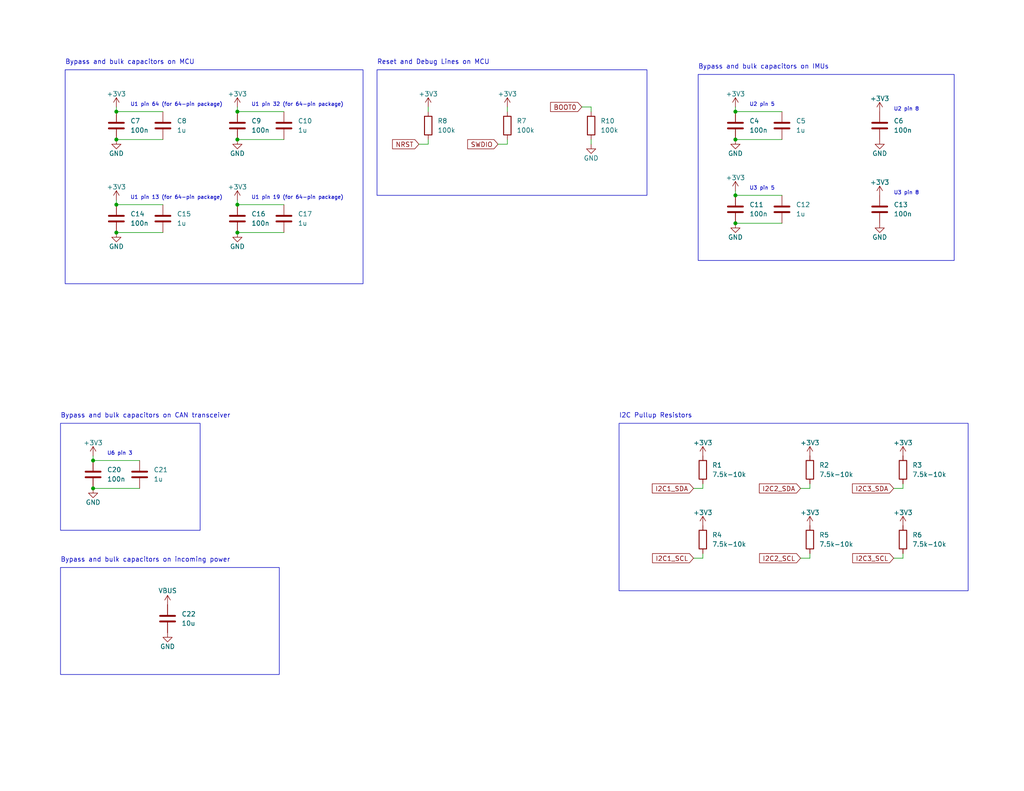
<source format=kicad_sch>
(kicad_sch (version 20230121) (generator eeschema)
  (paper "USLetter")
  (title_block (title "Magnetorquer Control Board") (date "2025-02-12") (rev "${PCB_VERSION}") (company "TVSC"))
  (lib_symbols
    (symbol "Device:C" (pin_numbers hide) (pin_names (offset 0.254))
      (property "Reference" "C" (at 0.635 2.54 0))
      (property "Value" "C" (at 0.635 -2.54 0))
      (symbol "C_0_1"
        (polyline (pts (xy -2.032 -0.762) (xy 2.032 -0.762)) (stroke (width 0.508)))
        (polyline (pts (xy -2.032 0.762) (xy 2.032 0.762)) (stroke (width 0.508)))
      )
      (symbol "C_1_1"
        (pin passive line (at 0 3.81 270) (length 2.794) (name "~") (number "1"))
        (pin passive line (at 0 -3.81 90) (length 2.794) (name "~") (number "2"))
      )
    )
    (symbol "Device:R" (pin_numbers hide) (pin_names (offset 0))
      (property "Reference" "R" (at 2.032 0 90))
      (property "Value" "R" (at 0 0 90))
      (symbol "R_0_1"
        (rectangle (start -1.016 -2.54) (end 1.016 2.54) (stroke (width 0.254)))
      )
      (symbol "R_1_1"
        (pin passive line (at 0 3.81 270) (length 1.27) (name "~") (number "1"))
        (pin passive line (at 0 -3.81 90) (length 1.27) (name "~") (number "2"))
      )
    )
    (symbol "power:+3V3" (power) (pin_names (offset 0))
      (property "Value" "+3V3" (at 0 3.556 0))
      (symbol "+3V3_0_1"
        (polyline (pts (xy -0.762 1.27) (xy 0 2.54)))
        (polyline (pts (xy 0 0) (xy 0 2.54)))
        (polyline (pts (xy 0 2.54) (xy 0.762 1.27)))
      )
      (symbol "+3V3_1_1"
        (pin power_in line (at 0 0 90) (length 0) hide (name "+3V3") (number "1"))
      )
    )
    (symbol "power:GND" (power) (pin_names (offset 0))
      (property "Value" "GND" (at 0 -3.81 0))
      (symbol "GND_0_1"
        (polyline (pts (xy 0 0) (xy 0 -1.27) (xy 1.27 -1.27) (xy 0 -2.54) (xy -1.27 -1.27) (xy 0 -1.27)))
      )
      (symbol "GND_1_1"
        (pin power_in line (at 0 0 270) (length 0) hide (name "GND") (number "1"))
      )
    )
    (symbol "power:VBUS" (power) (pin_names (offset 0))
      (property "Value" "VBUS" (at 0 3.81 0))
      (symbol "VBUS_0_1"
        (polyline (pts (xy -0.762 1.27) (xy 0 2.54)))
        (polyline (pts (xy 0 0) (xy 0 2.54)))
        (polyline (pts (xy 0 2.54) (xy 0.762 1.27)))
      )
      (symbol "VBUS_1_1"
        (pin power_in line (at 0 0 90) (length 0) hide (name "VBUS") (number "1"))
      )
    )
  )
  (junction (at 200.66 30.48))
  (junction (at 64.77 30.48))
  (junction (at 25.4 125.73))
  (junction (at 31.75 30.48))
  (junction (at 31.75 38.1))
  (junction (at 31.75 55.88))
  (junction (at 25.4 133.35))
  (junction (at 64.77 38.1))
  (junction (at 64.77 63.5))
  (junction (at 200.66 60.96))
  (junction (at 64.77 55.88))
  (junction (at 200.66 53.34))
  (junction (at 200.66 38.1))
  (junction (at 31.75 63.5))
  (wire (pts (xy 116.84 39.37) (xy 116.84 38.1)))
  (wire (pts (xy 200.66 38.1) (xy 213.36 38.1)))
  (wire (pts (xy 64.77 63.5) (xy 77.47 63.5)))
  (wire (pts (xy 220.98 152.4) (xy 218.44 152.4)))
  (wire (pts (xy 189.23 133.35) (xy 191.77 133.35)))
  (wire (pts (xy 77.47 30.48) (xy 64.77 30.48)))
  (wire (pts (xy 191.77 152.4) (xy 189.23 152.4)))
  (wire (pts (xy 135.89 39.37) (xy 138.43 39.37)))
  (wire (pts (xy 161.29 29.21) (xy 161.29 30.48)))
  (wire (pts (xy 200.66 60.96) (xy 213.36 60.96)))
  (wire (pts (xy 191.77 133.35) (xy 191.77 132.08)))
  (wire (pts (xy 31.75 54.61) (xy 31.75 55.88)))
  (wire (pts (xy 200.66 29.21) (xy 200.66 30.48)))
  (wire (pts (xy 114.3 39.37) (xy 116.84 39.37)))
  (wire (pts (xy 25.4 124.46) (xy 25.4 125.73)))
  (wire (pts (xy 116.84 29.21) (xy 116.84 30.48)))
  (wire (pts (xy 38.1 125.73) (xy 25.4 125.73)))
  (wire (pts (xy 200.66 52.07) (xy 200.66 53.34)))
  (wire (pts (xy 77.47 55.88) (xy 64.77 55.88)))
  (wire (pts (xy 191.77 151.13) (xy 191.77 152.4)))
  (wire (pts (xy 158.75 29.21) (xy 161.29 29.21)))
  (wire (pts (xy 31.75 63.5) (xy 44.45 63.5)))
  (wire (pts (xy 213.36 53.34) (xy 200.66 53.34)))
  (wire (pts (xy 31.75 29.21) (xy 31.75 30.48)))
  (wire (pts (xy 25.4 133.35) (xy 38.1 133.35)))
  (wire (pts (xy 44.45 55.88) (xy 31.75 55.88)))
  (wire (pts (xy 64.77 29.21) (xy 64.77 30.48)))
  (wire (pts (xy 138.43 29.21) (xy 138.43 30.48)))
  (wire (pts (xy 31.75 38.1) (xy 44.45 38.1)))
  (wire (pts (xy 246.38 133.35) (xy 246.38 132.08)))
  (wire (pts (xy 220.98 133.35) (xy 220.98 132.08)))
  (wire (pts (xy 64.77 38.1) (xy 77.47 38.1)))
  (wire (pts (xy 220.98 151.13) (xy 220.98 152.4)))
  (wire (pts (xy 213.36 30.48) (xy 200.66 30.48)))
  (wire (pts (xy 246.38 151.13) (xy 246.38 152.4)))
  (wire (pts (xy 218.44 133.35) (xy 220.98 133.35)))
  (wire (pts (xy 138.43 39.37) (xy 138.43 38.1)))
  (wire (pts (xy 243.84 133.35) (xy 246.38 133.35)))
  (wire (pts (xy 161.29 39.37) (xy 161.29 38.1)))
  (wire (pts (xy 246.38 152.4) (xy 243.84 152.4)))
  (wire (pts (xy 64.77 54.61) (xy 64.77 55.88)))
  (wire (pts (xy 44.45 30.48) (xy 31.75 30.48)))
  (rectangle (start 17.78 19.05) (end 99.06 77.47))
  (rectangle (start 168.91 115.57) (end 264.16 161.29))
  (rectangle (start 190.5 20.32) (end 260.35 71.12))
  (rectangle (start 16.51 154.94) (end 76.2 184.15))
  (rectangle (start 102.87 19.05) (end 176.53 53.34))
  (rectangle (start 16.51 115.57) (end 54.61 144.78))
  (text "U3 pin 5" (at 204.47 52.07 0) (effects (font (size 1 1)) (justify left bottom)))
  (text "Bypass and bulk capacitors on incoming power" (at 16.51 153.67 0) (effects (font (size 1.27 1.27)) (justify left bottom)))
  (text "U1 pin 32 (for 64-pin package)" (at 68.58 29.21 0) (effects (font (size 1 1)) (justify left bottom)))
  (text "U2 pin 5" (at 204.47 29.21 0) (effects (font (size 1 1)) (justify left bottom)))
  (text "U1 pin 19 (for 64-pin package)" (at 68.58 54.61 0) (effects (font (size 1 1)) (justify left bottom)))
  (text "U6 pin 3" (at 29.21 124.46 0) (effects (font (size 1 1)) (justify left bottom)))
  (text "U1 pin 13 (for 64-pin package)" (at 35.56 54.61 0) (effects (font (size 1 1)) (justify left bottom)))
  (text "I2C Pullup Resistors" (at 168.91 114.3 0) (effects (font (size 1.27 1.27)) (justify left bottom)))
  (text "Reset and Debug Lines on MCU" (at 102.87 17.78 0) (effects (font (size 1.27 1.27)) (justify left bottom)))
  (text "Bypass and bulk capacitors on CAN transceiver" (at 16.51 114.3 0) (effects (font (size 1.27 1.27)) (justify left bottom)))
  (text "Bypass and bulk capacitors on MCU" (at 17.78 17.78 0) (effects (font (size 1.27 1.27)) (justify left bottom)))
  (text "U1 pin 64 (for 64-pin package)" (at 35.56 29.21 0) (effects (font (size 1 1)) (justify left bottom)))
  (text "Bypass and bulk capacitors on IMUs" (at 190.5 19.05 0) (effects (font (size 1.27 1.27)) (justify left bottom)))
  (text "U2 pin 8" (at 243.84 30.48 0) (effects (font (size 1 1)) (justify left bottom)))
  (text "U3 pin 8" (at 243.84 53.34 0) (effects (font (size 1 1)) (justify left bottom)))
  (global_label "I2C1_SCL" (shape input) (at 189.23 152.4 180) (property "Intersheetrefs" "${INTERSHEET_REFS}" (effects hide)))
  (global_label "I2C2_SDA" (shape input) (at 218.44 133.35 180) (property "Intersheetrefs" "${INTERSHEET_REFS}" (effects hide)))
  (global_label "I2C2_SCL" (shape input) (at 218.44 152.4 180) (property "Intersheetrefs" "${INTERSHEET_REFS}" (effects hide)))
  (global_label "I2C1_SDA" (shape input) (at 189.23 133.35 180) (property "Intersheetrefs" "${INTERSHEET_REFS}" (effects hide)))
  (global_label "NRST" (shape input) (at 114.3 39.37 180) (property "Intersheetrefs" "${INTERSHEET_REFS}" (effects hide)))
  (global_label "BOOT0" (shape input) (at 158.75 29.21 180) (property "Intersheetrefs" "${INTERSHEET_REFS}" (effects hide)))
  (global_label "I2C3_SCL" (shape input) (at 243.84 152.4 180) (property "Intersheetrefs" "${INTERSHEET_REFS}" (effects hide)))
  (global_label "I2C3_SDA" (shape input) (at 243.84 133.35 180) (property "Intersheetrefs" "${INTERSHEET_REFS}" (effects hide)))
  (global_label "SWDIO" (shape input) (at 135.89 39.37 180) (property "Intersheetrefs" "${INTERSHEET_REFS}" (effects hide)))
  (symbol (lib_id "Device:C") (at 44.45 59.69 0) (unit 1)
    (property "Reference" "C15" (at 48.26 58.42 0) (effects (justify left)))
    (property "Value" "1u" (at 48.26 60.96 0) (effects (justify left)))
    (property "Footprint" "footprints:Nondescript_C_0603_1608Metric" (effects hide))
    (property "Active" "Y" (effects hide))
    (property "MPN" "C77046" (effects hide))
    (property "Manufacturer" "Murata Electronics" (effects hide))
    (property "Manufacturer Part Number" "GRM188R61E105KA12D" (effects hide))
    (property "Basic or Extended Component" "Extended" (effects hide))
  )
  (symbol (lib_id "power:+3V3") (at 25.4 124.46 0) (unit 1)
    (property "Reference" "#PWR056" (effects hide))
    (property "Value" "+3V3" (at 25.4 120.904 0))
  )
  (symbol (lib_id "power:+3V3") (at 31.75 54.61 0) (unit 1)
    (property "Reference" "#PWR024" (effects hide))
    (property "Value" "+3V3" (at 31.75 51.054 0))
  )
  (symbol (lib_id "Device:C") (at 64.77 59.69 0) (unit 1)
    (property "Reference" "C16" (at 68.58 58.42 0) (effects (justify left)))
    (property "Value" "100n" (at 68.58 60.96 0) (effects (justify left)))
    (property "Footprint" "footprints:Nondescript_C_0402_1005Metric" (effects hide))
    (property "Active" "Y" (effects hide))
    (property "MPN" "C77014" (effects hide))
    (property "Manufacturer" "Murata Electronics" (effects hide))
    (property "Manufacturer Part Number" "GRM155R71E104KE14D" (effects hide))
    (property "Basic or Extended Component" "Extended" (effects hide))
  )
  (symbol (lib_id "Device:C") (at 213.36 34.29 0) (unit 1)
    (property "Reference" "C5" (at 217.17 33.02 0) (effects (justify left)))
    (property "Value" "1u" (at 217.17 35.56 0) (effects (justify left)))
    (property "Footprint" "footprints:Nondescript_C_0603_1608Metric" (effects hide))
    (property "Active" "Y" (effects hide))
    (property "MPN" "C77046" (effects hide))
    (property "Manufacturer" "Murata Electronics" (effects hide))
    (property "Manufacturer Part Number" "GRM188R61E105KA12D" (effects hide))
    (property "Basic or Extended Component" "Extended" (effects hide))
  )
  (symbol (lib_id "power:+3V3") (at 240.03 53.34 0) (unit 1)
    (property "Reference" "#PWR047" (effects hide))
    (property "Value" "+3V3" (at 240.03 49.784 0))
  )
  (symbol (lib_id "power:+3V3") (at 220.98 124.46 0) (unit 1)
    (property "Reference" "#PWR058" (effects hide))
    (property "Value" "+3V3" (at 220.98 120.904 0))
  )
  (symbol (lib_id "power:GND") (at 25.4 133.35 0) (unit 1)
    (property "Reference" "#PWR060" (effects hide))
    (property "Value" "GND" (at 25.4 137.16 0))
  )
  (symbol (lib_id "power:GND") (at 200.66 60.96 0) (unit 1)
    (property "Reference" "#PWR051" (effects hide))
    (property "Value" "GND" (at 200.66 64.77 0))
  )
  (symbol (lib_id "power:GND") (at 200.66 38.1 0) (unit 1)
    (property "Reference" "#PWR042" (effects hide))
    (property "Value" "GND" (at 200.66 41.91 0))
  )
  (symbol (lib_id "power:+3V3") (at 200.66 52.07 0) (unit 1)
    (property "Reference" "#PWR046" (effects hide))
    (property "Value" "+3V3" (at 200.66 48.514 0))
  )
  (symbol (lib_id "Device:R") (at 116.84 34.29 0) (unit 1)
    (property "Reference" "R8" (at 119.38 33.02 0) (effects (justify left)))
    (property "Value" "100k" (at 119.38 35.56 0) (effects (justify left)))
    (property "Footprint" "footprints:Nondescript_R_0402_1005Metric" (effects hide))
    (property "Specs" "https://developer.arm.com/documentation/101636/0100/Debug-and-Trace/JTAG-SWD-Interface" (effects hide))
  )
  (symbol (lib_id "power:+3V3") (at 138.43 29.21 0) (unit 1)
    (property "Reference" "#PWR023" (effects hide))
    (property "Value" "+3V3" (at 138.43 25.654 0))
  )
  (symbol (lib_id "power:+3V3") (at 116.84 29.21 0) (unit 1)
    (property "Reference" "#PWR022" (effects hide))
    (property "Value" "+3V3" (at 116.84 25.654 0))
  )
  (symbol (lib_id "Device:C") (at 200.66 34.29 0) (unit 1)
    (property "Reference" "C4" (at 204.47 33.02 0) (effects (justify left)))
    (property "Value" "100n" (at 204.47 35.56 0) (effects (justify left)))
    (property "Footprint" "footprints:Nondescript_C_0402_1005Metric" (effects hide))
    (property "Active" "Y" (effects hide))
    (property "MPN" "C77014" (effects hide))
    (property "Manufacturer" "Murata Electronics" (effects hide))
    (property "Manufacturer Part Number" "GRM155R71E104KE14D" (effects hide))
    (property "Basic or Extended Component" "Extended" (effects hide))
  )
  (symbol (lib_id "Device:R") (at 138.43 34.29 0) (unit 1)
    (property "Reference" "R7" (at 140.97 33.02 0) (effects (justify left)))
    (property "Value" "100k" (at 140.97 35.56 0) (effects (justify left)))
    (property "Footprint" "footprints:Nondescript_R_0402_1005Metric" (effects hide))
    (property "Specs" "https://developer.arm.com/documentation/101636/0100/Debug-and-Trace/JTAG-SWD-Interface" (effects hide))
  )
  (symbol (lib_id "Device:C") (at 240.03 57.15 0) (unit 1)
    (property "Reference" "C13" (at 243.84 55.88 0) (effects (justify left)))
    (property "Value" "100n" (at 243.84 58.42 0) (effects (justify left)))
    (property "Footprint" "footprints:Nondescript_C_0402_1005Metric" (effects hide))
    (property "Active" "Y" (effects hide))
    (property "MPN" "C77014" (effects hide))
    (property "Manufacturer" "Murata Electronics" (effects hide))
    (property "Manufacturer Part Number" "GRM155R71E104KE14D" (effects hide))
    (property "Basic or Extended Component" "Extended" (effects hide))
  )
  (symbol (lib_id "power:GND") (at 31.75 63.5 0) (unit 1)
    (property "Reference" "#PWR053" (effects hide))
    (property "Value" "GND" (at 31.75 67.31 0))
  )
  (symbol (lib_id "Device:C") (at 240.03 34.29 0) (unit 1)
    (property "Reference" "C6" (at 243.84 33.02 0) (effects (justify left)))
    (property "Value" "100n" (at 243.84 35.56 0) (effects (justify left)))
    (property "Footprint" "footprints:Nondescript_C_0402_1005Metric" (effects hide))
    (property "Active" "Y" (effects hide))
    (property "MPN" "C77014" (effects hide))
    (property "Manufacturer" "Murata Electronics" (effects hide))
    (property "Manufacturer Part Number" "GRM155R71E104KE14D" (effects hide))
    (property "Basic or Extended Component" "Extended" (effects hide))
  )
  (symbol (lib_id "Device:R") (at 246.38 147.32 0) (unit 1)
    (property "Reference" "R6" (at 248.92 146.05 0) (effects (justify left)))
    (property "Value" "7.5k-10k" (at 248.92 148.59 0) (effects (justify left)))
    (property "Footprint" "footprints:Nondescript_R_0402_1005Metric" (effects hide))
  )
  (symbol (lib_id "power:GND") (at 45.72 172.72 0) (unit 1)
    (property "Reference" "#PWR077" (effects hide))
    (property "Value" "GND" (at 45.72 176.53 0))
  )
  (symbol (lib_id "power:GND") (at 31.75 38.1 0) (unit 1)
    (property "Reference" "#PWR044" (effects hide))
    (property "Value" "GND" (at 31.75 41.91 0))
  )
  (symbol (lib_id "power:+3V3") (at 64.77 29.21 0) (unit 1)
    (property "Reference" "#PWR021" (effects hide))
    (property "Value" "+3V3" (at 64.77 25.654 0))
  )
  (symbol (lib_id "power:+3V3") (at 200.66 29.21 0) (unit 1)
    (property "Reference" "#PWR038" (effects hide))
    (property "Value" "+3V3" (at 200.66 25.654 0))
  )
  (symbol (lib_id "Device:R") (at 191.77 128.27 0) (unit 1)
    (property "Reference" "R1" (at 194.31 127 0) (effects (justify left)))
    (property "Value" "7.5k-10k" (at 194.31 129.54 0) (effects (justify left)))
    (property "Footprint" "footprints:Nondescript_R_0402_1005Metric" (effects hide))
  )
  (symbol (lib_id "Device:R") (at 191.77 147.32 0) (unit 1)
    (property "Reference" "R4" (at 194.31 146.05 0) (effects (justify left)))
    (property "Value" "7.5k-10k" (at 194.31 148.59 0) (effects (justify left)))
    (property "Footprint" "footprints:Nondescript_R_0402_1005Metric" (effects hide))
  )
  (symbol (lib_id "power:VBUS") (at 45.72 165.1 0) (mirror y) (unit 1)
    (property "Reference" "#PWR078" (effects hide))
    (property "Value" "VBUS" (at 43.18 161.29 0) (effects (justify right)))
  )
  (symbol (lib_id "Device:C") (at 38.1 129.54 0) (unit 1)
    (property "Reference" "C21" (at 41.91 128.27 0) (effects (justify left)))
    (property "Value" "1u" (at 41.91 130.81 0) (effects (justify left)))
    (property "Footprint" "footprints:Nondescript_C_0603_1608Metric" (effects hide))
    (property "Active" "Y" (effects hide))
    (property "MPN" "C77046" (effects hide))
    (property "Manufacturer" "Murata Electronics" (effects hide))
    (property "Manufacturer Part Number" "GRM188R61E105KA12D" (effects hide))
    (property "Basic or Extended Component" "Extended" (effects hide))
  )
  (symbol (lib_id "Device:C") (at 31.75 34.29 0) (unit 1)
    (property "Reference" "C7" (at 35.56 33.02 0) (effects (justify left)))
    (property "Value" "100n" (at 35.56 35.56 0) (effects (justify left)))
    (property "Footprint" "footprints:Nondescript_C_0402_1005Metric" (effects hide))
    (property "Active" "Y" (effects hide))
    (property "MPN" "C77014" (effects hide))
    (property "Manufacturer" "Murata Electronics" (effects hide))
    (property "Manufacturer Part Number" "GRM155R71E104KE14D" (effects hide))
    (property "Basic or Extended Component" "Extended" (effects hide))
  )
  (symbol (lib_id "Device:C") (at 77.47 59.69 0) (unit 1)
    (property "Reference" "C17" (at 81.28 58.42 0) (effects (justify left)))
    (property "Value" "1u" (at 81.28 60.96 0) (effects (justify left)))
    (property "Footprint" "footprints:Nondescript_C_0603_1608Metric" (effects hide))
    (property "Active" "Y" (effects hide))
    (property "MPN" "C77046" (effects hide))
    (property "Manufacturer" "Murata Electronics" (effects hide))
    (property "Manufacturer Part Number" "GRM188R61E105KA12D" (effects hide))
    (property "Basic or Extended Component" "Extended" (effects hide))
  )
  (symbol (lib_id "Device:C") (at 213.36 57.15 0) (unit 1)
    (property "Reference" "C12" (at 217.17 55.88 0) (effects (justify left)))
    (property "Value" "1u" (at 217.17 58.42 0) (effects (justify left)))
    (property "Footprint" "footprints:Nondescript_C_0603_1608Metric" (effects hide))
    (property "Active" "Y" (effects hide))
    (property "MPN" "C77046" (effects hide))
    (property "Manufacturer" "Murata Electronics" (effects hide))
    (property "Manufacturer Part Number" "GRM188R61E105KA12D" (effects hide))
    (property "Basic or Extended Component" "Extended" (effects hide))
  )
  (symbol (lib_id "power:+3V3") (at 31.75 29.21 0) (unit 1)
    (property "Reference" "#PWR07" (effects hide))
    (property "Value" "+3V3" (at 31.75 25.654 0))
  )
  (symbol (lib_id "power:GND") (at 64.77 63.5 0) (unit 1)
    (property "Reference" "#PWR054" (effects hide))
    (property "Value" "GND" (at 64.77 67.31 0))
  )
  (symbol (lib_id "Device:C") (at 64.77 34.29 0) (unit 1)
    (property "Reference" "C9" (at 68.58 33.02 0) (effects (justify left)))
    (property "Value" "100n" (at 68.58 35.56 0) (effects (justify left)))
    (property "Footprint" "footprints:Nondescript_C_0402_1005Metric" (effects hide))
    (property "Active" "Y" (effects hide))
    (property "MPN" "C77014" (effects hide))
    (property "Manufacturer" "Murata Electronics" (effects hide))
    (property "Manufacturer Part Number" "GRM155R71E104KE14D" (effects hide))
    (property "Basic or Extended Component" "Extended" (effects hide))
  )
  (symbol (lib_id "power:GND") (at 161.29 39.37 0) (unit 1)
    (property "Reference" "#PWR028" (effects hide))
    (property "Value" "GND" (at 161.29 43.18 0))
  )
  (symbol (lib_id "Device:C") (at 44.45 34.29 0) (unit 1)
    (property "Reference" "C8" (at 48.26 33.02 0) (effects (justify left)))
    (property "Value" "1u" (at 48.26 35.56 0) (effects (justify left)))
    (property "Footprint" "footprints:Nondescript_C_0603_1608Metric" (effects hide))
    (property "Active" "Y" (effects hide))
    (property "MPN" "C77046" (effects hide))
    (property "Manufacturer" "Murata Electronics" (effects hide))
    (property "Manufacturer Part Number" "GRM188R61E105KA12D" (effects hide))
    (property "Basic or Extended Component" "Extended" (effects hide))
  )
  (symbol (lib_id "Device:C") (at 200.66 57.15 0) (unit 1)
    (property "Reference" "C11" (at 204.47 55.88 0) (effects (justify left)))
    (property "Value" "100n" (at 204.47 58.42 0) (effects (justify left)))
    (property "Footprint" "footprints:Nondescript_C_0402_1005Metric" (effects hide))
    (property "Active" "Y" (effects hide))
    (property "MPN" "C77014" (effects hide))
    (property "Manufacturer" "Murata Electronics" (effects hide))
    (property "Manufacturer Part Number" "GRM155R71E104KE14D" (effects hide))
    (property "Basic or Extended Component" "Extended" (effects hide))
  )
  (symbol (lib_id "power:+3V3") (at 246.38 124.46 0) (unit 1)
    (property "Reference" "#PWR059" (effects hide))
    (property "Value" "+3V3" (at 246.38 120.904 0))
  )
  (symbol (lib_id "power:GND") (at 64.77 38.1 0) (unit 1)
    (property "Reference" "#PWR045" (effects hide))
    (property "Value" "GND" (at 64.77 41.91 0))
  )
  (symbol (lib_id "Device:R") (at 161.29 34.29 0) (unit 1)
    (property "Reference" "R10" (at 163.83 33.02 0) (effects (justify left)))
    (property "Value" "100k" (at 163.83 35.56 0) (effects (justify left)))
    (property "Footprint" "footprints:Nondescript_R_0402_1005Metric" (effects hide))
    (property "Specs" "https://developer.arm.com/documentation/101636/0100/Debug-and-Trace/JTAG-SWD-Interface" (effects hide))
  )
  (symbol (lib_id "power:+3V3") (at 246.38 143.51 0) (unit 1)
    (property "Reference" "#PWR063" (effects hide))
    (property "Value" "+3V3" (at 246.38 139.954 0))
  )
  (symbol (lib_id "power:+3V3") (at 64.77 54.61 0) (unit 1)
    (property "Reference" "#PWR025" (effects hide))
    (property "Value" "+3V3" (at 64.77 51.054 0))
  )
  (symbol (lib_id "power:GND") (at 240.03 60.96 0) (unit 1)
    (property "Reference" "#PWR052" (effects hide))
    (property "Value" "GND" (at 240.03 64.77 0))
  )
  (symbol (lib_id "power:+3V3") (at 191.77 143.51 0) (unit 1)
    (property "Reference" "#PWR061" (effects hide))
    (property "Value" "+3V3" (at 191.77 139.954 0))
  )
  (symbol (lib_id "power:+3V3") (at 220.98 143.51 0) (unit 1)
    (property "Reference" "#PWR062" (effects hide))
    (property "Value" "+3V3" (at 220.98 139.954 0))
  )
  (symbol (lib_id "Device:R") (at 220.98 147.32 0) (unit 1)
    (property "Reference" "R5" (at 223.52 146.05 0) (effects (justify left)))
    (property "Value" "7.5k-10k" (at 223.52 148.59 0) (effects (justify left)))
    (property "Footprint" "footprints:Nondescript_R_0402_1005Metric" (effects hide))
  )
  (symbol (lib_id "power:+3V3") (at 240.03 30.48 0) (unit 1)
    (property "Reference" "#PWR041" (effects hide))
    (property "Value" "+3V3" (at 240.03 26.924 0))
  )
  (symbol (lib_id "Device:C") (at 31.75 59.69 0) (unit 1)
    (property "Reference" "C14" (at 35.56 58.42 0) (effects (justify left)))
    (property "Value" "100n" (at 35.56 60.96 0) (effects (justify left)))
    (property "Footprint" "footprints:Nondescript_C_0402_1005Metric" (effects hide))
    (property "Active" "Y" (effects hide))
    (property "MPN" "C77014" (effects hide))
    (property "Manufacturer" "Murata Electronics" (effects hide))
    (property "Manufacturer Part Number" "GRM155R71E104KE14D" (effects hide))
    (property "Basic or Extended Component" "Extended" (effects hide))
  )
  (symbol (lib_id "Device:C") (at 45.72 168.91 0) (unit 1)
    (property "Reference" "C22" (at 49.53 167.64 0) (effects (justify left)))
    (property "Value" "10u" (at 49.53 170.18 0) (effects (justify left)))
    (property "Footprint" "footprints:Nondescript_C_0603_1608Metric" (effects hide))
    (property "Active" "Y" (effects hide))
    (property "Specs" "3.3V" (effects hide))
    (property "MPN" "C344022" (effects hide))
    (property "Manufacturer" "Murata Electronics" (effects hide))
    (property "Manufacturer Part Number" "GRM188R61E106KA73D" (effects hide))
    (property "Purpose" "Voltage regulator" (effects hide))
    (property "Basic or Extended Component" "Extended" (effects hide))
  )
  (symbol (lib_id "Device:R") (at 246.38 128.27 0) (unit 1)
    (property "Reference" "R3" (at 248.92 127 0) (effects (justify left)))
    (property "Value" "7.5k-10k" (at 248.92 129.54 0) (effects (justify left)))
    (property "Footprint" "footprints:Nondescript_R_0402_1005Metric" (effects hide))
  )
  (symbol (lib_id "power:GND") (at 240.03 38.1 0) (unit 1)
    (property "Reference" "#PWR043" (effects hide))
    (property "Value" "GND" (at 240.03 41.91 0))
  )
  (symbol (lib_id "Device:C") (at 77.47 34.29 0) (unit 1)
    (property "Reference" "C10" (at 81.28 33.02 0) (effects (justify left)))
    (property "Value" "1u" (at 81.28 35.56 0) (effects (justify left)))
    (property "Footprint" "footprints:Nondescript_C_0603_1608Metric" (effects hide))
    (property "Active" "Y" (effects hide))
    (property "MPN" "C77046" (effects hide))
    (property "Manufacturer" "Murata Electronics" (effects hide))
    (property "Manufacturer Part Number" "GRM188R61E105KA12D" (effects hide))
    (property "Basic or Extended Component" "Extended" (effects hide))
  )
  (symbol (lib_id "Device:R") (at 220.98 128.27 0) (unit 1)
    (property "Reference" "R2" (at 223.52 127 0) (effects (justify left)))
    (property "Value" "7.5k-10k" (at 223.52 129.54 0) (effects (justify left)))
    (property "Footprint" "footprints:Nondescript_R_0402_1005Metric" (effects hide))
  )
  (symbol (lib_id "Device:C") (at 25.4 129.54 0) (unit 1)
    (property "Reference" "C20" (at 29.21 128.27 0) (effects (justify left)))
    (property "Value" "100n" (at 29.21 130.81 0) (effects (justify left)))
    (property "Footprint" "footprints:Nondescript_C_0402_1005Metric" (effects hide))
    (property "Active" "Y" (effects hide))
    (property "MPN" "C77014" (effects hide))
    (property "Manufacturer" "Murata Electronics" (effects hide))
    (property "Manufacturer Part Number" "GRM155R71E104KE14D" (effects hide))
    (property "Basic or Extended Component" "Extended" (effects hide))
  )
  (symbol (lib_id "power:+3V3") (at 191.77 124.46 0) (unit 1)
    (property "Reference" "#PWR057" (effects hide))
    (property "Value" "+3V3" (at 191.77 120.904 0))
  )
)
</source>
